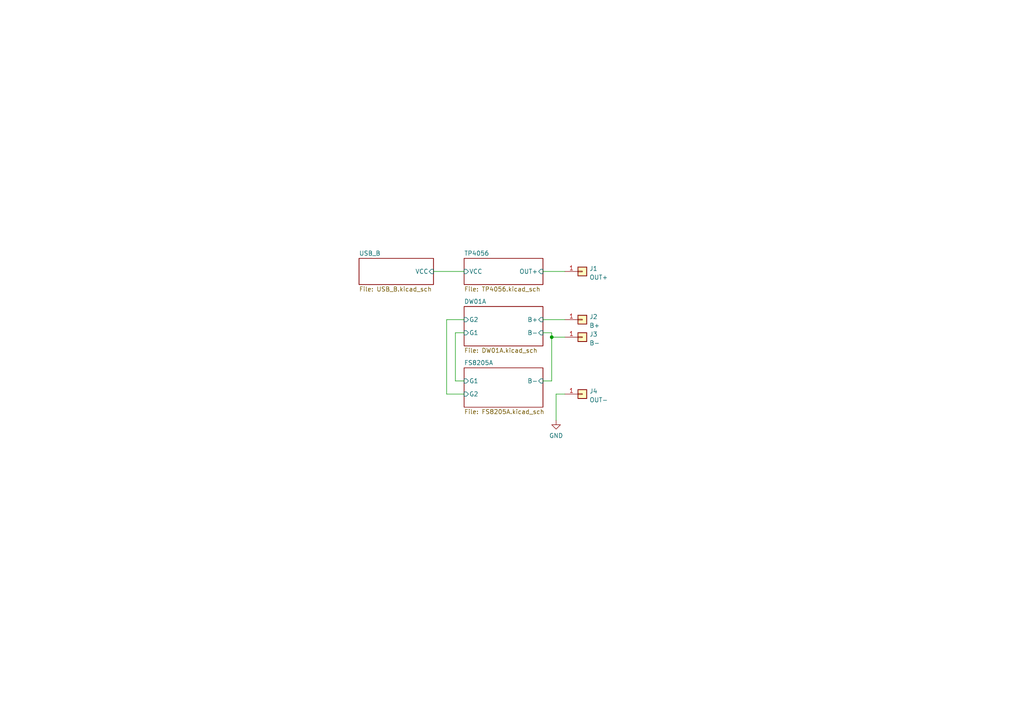
<source format=kicad_sch>
(kicad_sch (version 20211123) (generator eeschema)
  (paper "A4")
  (lib_symbols
    (symbol "Connector_Generic:Conn_01x01" (pin_names (offset 1.016) hide)
      (property "Reference" "J" (at 0 2.54 0))
      (property "Value" "Conn_01x01" (at 0 -2.54 0))
      (symbol "Conn_01x01_1_1"
        (rectangle (start -1.27 0.127) (end 0 -0.127) (stroke (width 0.1524)))
        (rectangle (start -1.27 1.27) (end 1.27 -1.27) (stroke (width 0.254)) (fill (type background)))
        (pin passive line (at -5.08 0 0) (length 3.81) (name "Pin_1") (number "1"))
      )
    )
    (symbol "power:GND" (power) (pin_names (offset 0))
      (property "Value" "GND" (at 0 -3.81 0))
      (symbol "GND_0_1"
        (polyline (pts (xy 0 0) (xy 0 -1.27) (xy 1.27 -1.27) (xy 0 -2.54) (xy -1.27 -1.27) (xy 0 -1.27)))
      )
      (symbol "GND_1_1"
        (pin power_in line (at 0 0 270) (length 0) hide (name "GND") (number "1"))
      )
    )
  )
  (junction (at 160.02 97.79))
  (wire (pts (xy 129.54 92.71) (xy 129.54 114.3)))
  (wire (pts (xy 157.48 92.71) (xy 163.83 92.71)))
  (wire (pts (xy 157.48 78.74) (xy 163.83 78.74)))
  (wire (pts (xy 160.02 110.49) (xy 157.48 110.49)))
  (wire (pts (xy 160.02 97.79) (xy 163.83 97.79)))
  (wire (pts (xy 163.83 114.3) (xy 161.29 114.3)))
  (wire (pts (xy 132.08 96.52) (xy 132.08 110.49)))
  (wire (pts (xy 160.02 97.79) (xy 160.02 110.49)))
  (wire (pts (xy 125.73 78.74) (xy 134.62 78.74)))
  (wire (pts (xy 129.54 114.3) (xy 134.62 114.3)))
  (wire (pts (xy 134.62 96.52) (xy 132.08 96.52)))
  (wire (pts (xy 161.29 114.3) (xy 161.29 121.92)))
  (wire (pts (xy 160.02 96.52) (xy 160.02 97.79)))
  (wire (pts (xy 134.62 92.71) (xy 129.54 92.71)))
  (wire (pts (xy 132.08 110.49) (xy 134.62 110.49)))
  (wire (pts (xy 157.48 96.52) (xy 160.02 96.52)))
  (symbol (lib_id "Connector_Generic:Conn_01x01") (at 168.91 114.3 0) (unit 1)
    (property "Reference" "J4" (at 170.942 113.4653 0) (effects (justify left)))
    (property "Value" "OUT-" (at 170.942 116.0022 0) (effects (justify left)))
  )
  (symbol (lib_id "Connector_Generic:Conn_01x01") (at 168.91 78.74 0) (unit 1)
    (property "Reference" "J1" (at 170.942 77.9053 0) (effects (justify left)))
    (property "Value" "OUT+" (at 170.942 80.4422 0) (effects (justify left)))
  )
  (symbol (lib_id "Connector_Generic:Conn_01x01") (at 168.91 92.71 0) (unit 1)
    (property "Reference" "J2" (at 170.942 91.8753 0) (effects (justify left)))
    (property "Value" "B+" (at 170.942 94.4122 0) (effects (justify left)))
  )
  (symbol (lib_id "power:GND") (at 161.29 121.92 0) (unit 1)
    (property "Reference" "#PWR01" (effects hide))
    (property "Value" "GND" (at 161.29 126.3634 0))
  )
  (symbol (lib_id "Connector_Generic:Conn_01x01") (at 168.91 97.79 0) (unit 1)
    (property "Reference" "J3" (at 170.942 96.9553 0) (effects (justify left)))
    (property "Value" "B-" (at 170.942 99.4922 0) (effects (justify left)))
  )
  (sheet (at 134.62 74.93) (size 22.86 7.62) (stroke (width 0.1524))
    (property "Sheet name" "TP4056" (at 134.62 74.2184 0) (effects (justify left bottom)))
    (property "Sheet file" "TP4056.kicad_sch" (at 134.62 83.1346 0) (effects (justify left top)))
    (pin "VCC" input (at 134.62 78.74 180))
    (pin "OUT+" input (at 157.48 78.74 0))
  )
  (sheet (at 134.62 88.9) (size 22.86 11.43) (stroke (width 0.1524))
    (property "Sheet name" "DW01A" (at 134.62 88.1884 0) (effects (justify left bottom)))
    (property "Sheet file" "DW01A.kicad_sch" (at 134.62 100.9146 0) (effects (justify left top)))
    (pin "B+" input (at 157.48 92.71 0))
    (pin "G1" input (at 134.62 96.52 180))
    (pin "G2" input (at 134.62 92.71 180))
    (pin "B-" input (at 157.48 96.52 0))
  )
  (sheet (at 104.14 74.93) (size 21.59 7.62) (stroke (width 0.1524))
    (property "Sheet name" "USB_B" (at 104.14 74.2184 0) (effects (justify left bottom)))
    (property "Sheet file" "USB_B.kicad_sch" (at 104.14 83.1346 0) (effects (justify left top)))
    (pin "VCC" input (at 125.73 78.74 0))
  )
  (sheet (at 134.62 106.68) (size 22.86 11.43) (stroke (width 0.1524))
    (property "Sheet name" "FS8205A" (at 134.62 105.9684 0) (effects (justify left bottom)))
    (property "Sheet file" "FS8205A.kicad_sch" (at 134.62 118.6946 0) (effects (justify left top)))
    (pin "G2" input (at 134.62 114.3 180))
    (pin "B-" input (at 157.48 110.49 0))
    (pin "G1" input (at 134.62 110.49 180))
  )
)
</source>
